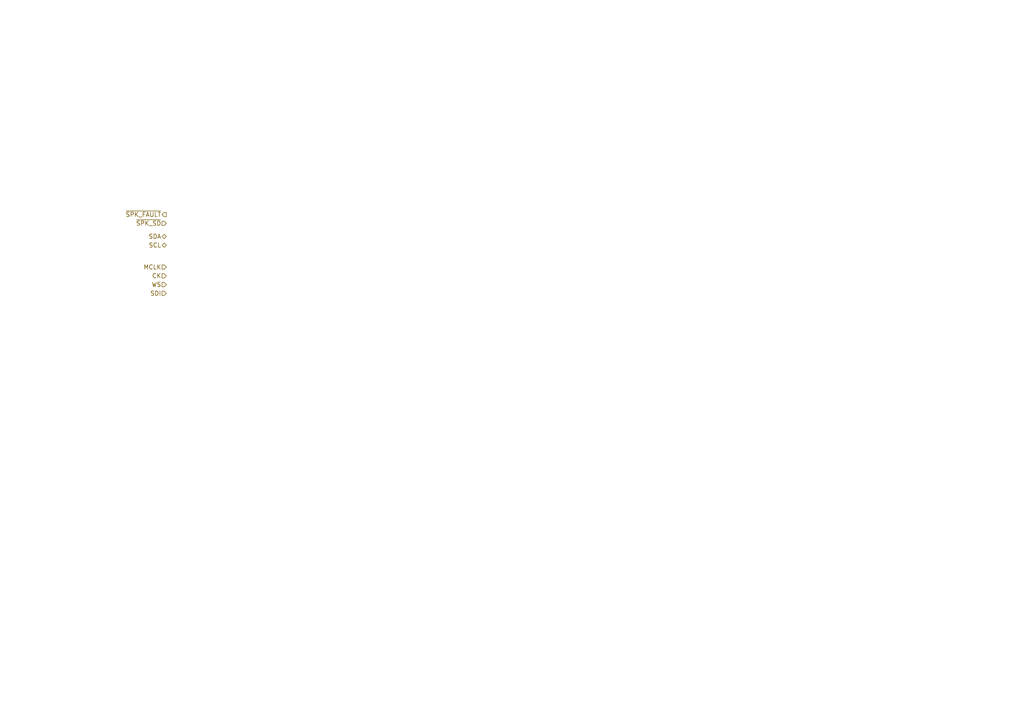
<source format=kicad_sch>
(kicad_sch (version 20201015) (generator eeschema)
  (page 1 7)
  (paper "A4")
  (lib_symbols)
  (hierarchical_label "~SPK_FAULT" (shape output) (at 48.26 62.23 180))
  (hierarchical_label "~SPK_SD" (shape input) (at 48.26 64.77 180))
  (hierarchical_label "SDA" (shape bidirectional) (at 48.26 68.58 180))
  (hierarchical_label "SCL" (shape bidirectional) (at 48.26 71.12 180))
  (hierarchical_label "MCLK" (shape input) (at 48.26 77.47 180))
  (hierarchical_label "CK" (shape input) (at 48.26 80.01 180))
  (hierarchical_label "WS" (shape input) (at 48.26 82.55 180))
  (hierarchical_label "SDI" (shape input) (at 48.26 85.09 180))
)
</source>
